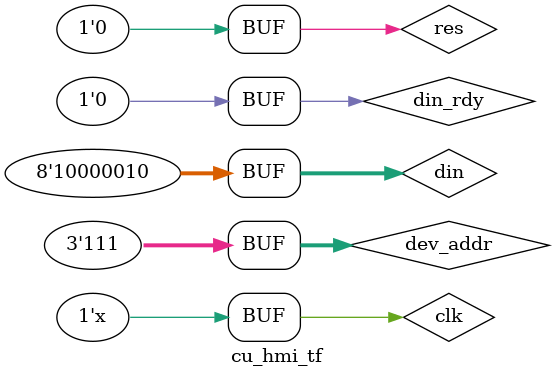
<source format=v>


module cu_hmi_tf();

// DATE:     14:11:52 06/25/2014 
// MODULE:   cu_hmi
// DESIGN:   cu_hmi
// FILENAME: cu_hmi_tf.v
// PROJECT:  48V1
// VERSION:  


// Inputs
    reg clk;
    reg res;
    reg [7:0] din;
    reg din_rdy;
    reg [2:0] dev_addr;


// Outputs
    wire [4:0] pkt_addr;
    wire cmd_reset;
    wire cmd_rst_dac;
    wire cmd_inc_dac;
    wire cmd_read;
    wire cmd_dev_sel;
    wire [7:0] dev_sel_byte;
    wire cmd_rst_test;
    wire cmd_startup;


// Bidirs

// Instantiate the module
cu_hmi instance_name (
    .clk(clk), 
    .res(res), 
    .din_rdy(din_rdy), 
    .din(din), 
    .dev_addr(dev_addr), 
    .cmd_reset(cmd_reset), 
    .cmd_rst_dac(cmd_rst_dac), 
    .cmd_inc_dac(cmd_inc_dac), 
    .cmd_read(cmd_read), 
    .cmd_dev_sel(cmd_dev_sel), 
    .cmd_rst_test(cmd_rst_test), 
    .cmd_startup(cmd_startup), 
    .pkt_addr(pkt_addr), 
    .dev_sel_byte(dev_sel_byte)
    );

// Initialize Inputs
   
        initial 
	   begin
            clk = 0;
            res = 0;
            din = 0;
            din_rdy = 0;
            dev_addr = 3'b111;
		  #1000 res = 1;
		  #100 res = 0;

		  #100 din = 0;
		  #100 din_rdy = 1;
		  #52084 din_rdy = 0;
		  #(52084*11) din_rdy = 0;

		  #100 din = 8'b1100_0111; //select fpga
		  #100 din_rdy = 1;
		  #52084 din_rdy = 0;
		  #(52084*11) din_rdy = 0;

		  #100 din = 8'b1100_0000;  //deselect fpga
		  #100 din_rdy = 1;
		  #52084 din_rdy = 0;
		  #(52084*11) din_rdy = 0;


		  #100 din = 8'b1100_0111; //select fpga
		  #100 din_rdy = 1;
		  #52084 din_rdy = 0;
		  #(52084*11) din_rdy = 0;


		  #100 din = 8'b0100_0001; //reset
		  #100 din_rdy = 1;
		  #52084 din_rdy = 0;
		  #(52084*11) din_rdy = 0;

		  #100 din = 8'b0100_0010; //reset dac
		  #100 din_rdy = 1;
		  #52084 din_rdy = 0;
		  #(52084*11) din_rdy = 0;

		  #100 din = 8'b0100_0011; //inc dac1
		  #100 din_rdy = 1;
		  #52084 din_rdy = 0;
		  #(52084*11) din_rdy = 0;

		  #100 din = 8'b0100_0101; //reset test
		  #100 din_rdy = 1;
		  #52084 din_rdy = 0;
		  #(52084*11) din_rdy = 0;

		  #100 din = 8'b0100_0110; //startup
		  #100 din_rdy = 1;
		  #52084 din_rdy = 0;
		  #(52084*11) din_rdy = 0;


		  #100 din = 8'b1000_0000; //address
		  #100 din_rdy = 1;
		  #52084 din_rdy = 0;
		  #(52084*11) din_rdy = 0; 

		  #100 din = 8'b1000_0001; //address
		  #100 din_rdy = 1;
		  #52084 din_rdy = 0;
		  #(52084*11) din_rdy = 0; 
		  
		  #100 din = 8'b1000_0010; //address
		  #100 din_rdy = 1;
		  #52084 din_rdy = 0;
		  #(52084*11) din_rdy = 0; 		  		  
        end

always 
#(10*16) clk = ~clk;


endmodule


</source>
